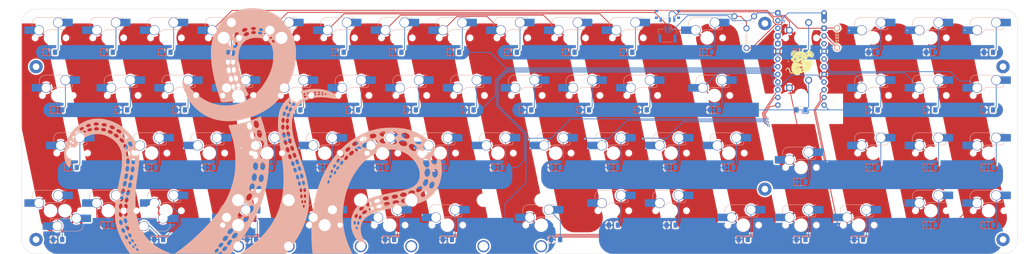
<source format=kicad_pcb>
(kicad_pcb (version 20221018) (generator pcbnew)
  (layers (0 "F.Cu" signal) (31 "B.Cu" signal) (34 "B.Paste" user) (35 "F.Paste" user) (36 "B.SilkS" user "B.Silkscreen") (37 "F.SilkS" user "F.Silkscreen") (38 "B.Mask" user) (39 "F.Mask" user) (44 "Edge.Cuts" user))
  (net 0 "")
  (net 1 "r1")
  (net 2 "Net-(D1-A)")
  (net 3 "Net-(D2-A)")
  (net 4 "Net-(D3-A)")
  (net 5 "Net-(D4-A)")
  (net 6 "Net-(D5-A)")
  (net 7 "Net-(D6-A)")
  (net 8 "Net-(D7-A)")
  (net 9 "Net-(D8-A)")
  (net 10 "r5")
  (net 11 "Net-(D9-A)")
  (net 12 "Net-(D10-A)")
  (net 13 "Net-(D11-A)")
  (net 14 "Net-(D12-A)")
  (net 15 "Net-(D13-A)")
  (net 16 "Net-(D14-A)")
  (net 17 "Net-(D15-A)")
  (net 18 "Net-(D16-A)")
  (net 19 "r2")
  (net 20 "Net-(D17-A)")
  (net 21 "Net-(D18-A)")
  (net 22 "Net-(D19-A)")
  (net 23 "Net-(D20-A)")
  (net 24 "Net-(D21-A)")
  (net 25 "Net-(D22-A)")
  (net 26 "Net-(D23-A)")
  (net 27 "Net-(D24-A)")
  (net 28 "r6")
  (net 29 "Net-(D25-A)")
  (net 30 "Net-(D26-A)")
  (net 31 "Net-(D27-A)")
  (net 32 "Net-(D28-A)")
  (net 33 "Net-(D29-A)")
  (net 34 "Net-(D30-A)")
  (net 35 "Net-(D31-A)")
  (net 36 "Net-(D32-A)")
  (net 37 "r3")
  (net 38 "Net-(D33-A)")
  (net 39 "Net-(D34-A)")
  (net 40 "Net-(D35-A)")
  (net 41 "Net-(D36-A)")
  (net 42 "Net-(D37-A)")
  (net 43 "Net-(D38-A)")
  (net 44 "Net-(D39-A)")
  (net 45 "Net-(D40-A)")
  (net 46 "r7")
  (net 47 "Net-(D41-A)")
  (net 48 "Net-(D42-A)")
  (net 49 "Net-(D43-A)")
  (net 50 "Net-(D44-A)")
  (net 51 "Net-(D45-A)")
  (net 52 "Net-(D46-A)")
  (net 53 "Net-(D47-A)")
  (net 54 "Net-(D48-A)")
  (net 55 "r4")
  (net 56 "r8")
  (net 57 "Net-(D53-A)")
  (net 58 "Net-(D54-A)")
  (net 59 "Net-(D55-A)")
  (net 60 "Net-(D56-A)")
  (net 61 "Net-(D57-A)")
  (net 62 "Net-(D58-A)")
  (net 63 "Net-(D59-A)")
  (net 64 "c1")
  (net 65 "c2")
  (net 66 "c3")
  (net 67 "c4")
  (net 68 "c5")
  (net 69 "c6")
  (net 70 "c7")
  (net 71 "c8")
  (net 72 "alt49")
  (net 73 "gnd")
  (net 74 "Net-(D50-A)")
  (net 75 "alt51")
  (net 83 "bat+")
  (net 84 "rst")
  (net 85 "vbat")
  (net 87 "Net-(D60-A)")
  (net 88 "Net-(D61-A)")
  (net 89 "Net-(D62-A)")
  (net 90 "Net-(D63-A)")
  (net 91 "Net-(D52-A)")
  (footprint "LOGO" (layer "F.Cu") (at 300.037501 109.457875)
    (fp_text reference "G***" hide)
    (fp_text value "LOGO" hide)
  )
  (footprint "MountingHole:MountingHole_2.2mm_M2_Pad" (layer "F.Cu") (at 47.625004 110.728124)
    (fp_text reference "H1" hide)
    (fp_text value "MountingHole_Pad")
  )
  (footprint "PCM_marbastlib-mx:STAB_MX_P_2u" (layer "F.Cu") (at 142.875 163.115625 180)
    (fp_text reference "S2" hide)
    (fp_text value "MX_stab")
  )
  (footprint "PCM_marbastlib-mx:STAB_MX_P_2.25u" (layer "F.Cu") (at 183.35625 163.115625 180)
    (fp_text reference "S3" hide)
    (fp_text value "MX_stab")
  )
  (footprint "apfellib:nice_nano_AH_USBup" (layer "F.Cu") (at 300.037501 109.457875)
    (fp_text reference "U1" hide)
    (fp_text value "nice_nano")
  )
  (footprint "MountingHole:MountingHole_2.2mm_M2_Pad" (layer "F.Cu") (at 47.625004 167.878124)
    (fp_text reference "H2" hide)
    (fp_text value "MountingHole_Pad")
  )
  (footprint "MountingHole:MountingHole_2.2mm_M2_Pad" (layer "F.Cu") (at 366.712504 110.728124)
    (fp_text reference "H5" hide)
    (fp_text value "MountingHole_Pad")
  )
  (footprint "apfellib:power-thts" (layer "F.Cu") (at 281.309375 94.059375)
    (fp_text reference "J3" hide)
    (fp_text value "Battery THT")
  )
  (footprint "marbastlib-mx:SW_MX_1u" (layer "F.Cu") (at 300.037503 120.253127)
    (fp_text reference "SW29" hide)
    (fp_text value "MX_SW_HS" hide)
  )
  (footprint "PCM_marbastlib-mx:STAB_MX_P_6.25u" (layer "F.Cu") (at 164.306251 163.115624 180)
    (fp_text reference "S1" hide)
    (fp_text value "MX_stab")
  )
  (footprint "MountingHole:MountingHole_2.2mm_M2_Pad" (layer "F.Cu") (at 366.712504 167.878124)
    (fp_text reference "H6" hide)
    (fp_text value "MountingHole_Pad")
  )
  (footprint "marbastlib-mx:SW_MX_1u" (layer "F.Cu") (at 300.037504 101.203124)
    (fp_text reference "SW13" hide)
    (fp_text value "MX_SW_HS" hide)
  )
  (footprint "MountingHole:MountingHole_2.2mm_M2_Pad" (layer "F.Cu") (at 288.131254 96.440624)
    (fp_text reference "H3" hide)
    (fp_text value "MountingHole_Pad")
  )
  (footprint "MountingHole:MountingHole_2.2mm_M2_Pad" (layer "F.Cu") (at 288.131253 151.209374)
    (fp_text reference "H4" hide)
    (fp_text value "MountingHole_Pad")
  )
  (footprint "Diode_SMD:D_1206_3216Metric_Pad1.42x1.75mm_HandSolder" (layer "B.Cu") (at 142.875001 144.065625)
    (fp_text reference "D37" hide)
    (fp_text value "1N4148")
  )
  (footprint "marbastlib-mx:SW_MX_HS_1u" (layer "B.Cu") (at 114.3 163.115625 180)
    (fp_text reference "SW64" hide)
    (fp_text value "MX_SW_HS" hide)
  )
  (footprint "LOGO" (layer "B.Cu") (at 119.203899 131.903834 180)
    (fp_text reference "G***" hide)
    (fp_text value "LOGO" hide)
  )
  (footprint "marbastlib-mx:SW_MX_HS_1u" (layer "B.Cu") (at 361.950004 139.303127 180)
    (fp_text reference "SW48" hide)
    (fp_text value "MX_SW_HS" hide)
  )
  (footprint "marbastlib-mx:SW_MX_HS_1.75u" (layer "B.Cu") (at 59.531254 139.303124 180)
    (fp_text reference "SW33" hide)
    (fp_text value "MX_SW_HS" hide)
  )
  (footprint "marbastlib-mx:SW_MX_HS_1u" (layer "B.Cu") (at 133.350004 120.253124 180)
    (fp_text reference "SW21" hide)
    (fp_text value "MX_SW_HS" hide)
  )
  (footprint "Connector_JST:JST_GH_SM02B-GHS-TB_1x02-1MP_P1.25mm_Horizontal" (layer "B.Cu") (at 255.984375 100.0125 180)
    (fp_text reference "J1" hide)
    (fp_text value "Battery JST")
  )
  (footprint "Diode_SMD:D_1206_3216Metric_Pad1.42x1.75mm_HandSolder" (layer "B.Cu") (at 185.737504 105.965626)
    (fp_text reference "D8" hide)
    (fp_text value "1N4148")
  )
  (footprint "Diode_SMD:D_1206_3216Metric_Pad1.42x1.75mm_HandSolder" (layer "B.Cu") (at 200.025002 144.065624)
    (fp_text reference "D40" hide)
    (fp_text value "1N4148")
  )
  (footprint "marbastlib-mx:SW_MX_HS_1u" (layer "B.Cu") (at 238.125001 139.303127 180)
    (fp_text reference "SW42" hide)
    (fp_text value "MX_SW_HS" hide)
  )
  (footprint "Diode_SMD:D_1206_3216Metric_Pad1.42x1.75mm_HandSolder" (layer "B.Cu") (at 183.35625 167.878125)
    (fp_text reference "D61" hide)
    (fp_text value "1N4148")
  )
  (footprint "marbastlib-mx:SW_MX_HS_1u" (layer "B.Cu") (at 361.950004 101.203127 180)
    (fp_text reference "SW16" hide)
    (fp_text value "MX_SW_HS" hide)
  )
  (footprint "apfellib:power-switch_thts" (layer "B.Cu") (at 282.06 101.31 90)
    (fp_text reference "J2" hide)
    (fp_text value "External Power Switch")
  )
  (footprint "Diode_SMD:D_1206_3216Metric_Pad1.42x1.75mm_HandSolder" (layer "B.Cu") (at 52.387501 105.965626)
    (fp_text reference "D1" hide)
    (fp_text value "1N4148")
  )
  (footprint "marbastlib-mx:SW_MX_HS_1u" (layer "B.Cu") (at 361.950003 120.253124 180)
    (fp_text reference "SW32" hide)
    (fp_text value "MX_SW_HS" hide)
  )
  (footprint "marbastlib-mx:SW_MX_HS_1u" (layer "B.Cu") (at 183.35625 163.115625 180)
    (fp_text reference "SW66" hide)
    (fp_text value "MX_SW_HS" hide)
  )
  (footprint "marbastlib-mx:SW_MX_HS_1u" (layer "B.Cu") (at 228.600001 120.253124 180)
    (fp_text reference "SW26" hide)
    (fp_text value "MX_SW_HS" hide)
  )
  (footprint "marbastlib-mx:SW_MX_HS_1u" (layer "B.Cu") (at 164.306251 163.115624 180)
    (fp_text reference "SW52" hide)
    (fp_text value "MX_SW_HS" hide)
  )
  (footprint "marbastlib-mx:SW_MX_HS_1u" (layer "B.Cu") (at 223.837504 101.203124 180)
    (fp_text reference "SW10" hide)
    (fp_text value "MX_SW_HS" hide)
  )
  (footprint "marbastlib-mx:SW_MX_HS_1u" (layer "B.Cu") (at 238.125004 158.353124 180)
    (fp_text reference "SW53" hide)
    (fp_text value "MX_SW_HS" hide)
  )
  (footprint "Diode_SMD:D_1206_3216Metric_Pad1.42x1.75mm_HandSolder" (layer "B.Cu") (at 90.4875 105.965626)
    (fp_text reference "D3" hide)
    (fp_text value "1N4148")
  )
  (footprint "BeiBob:SW_ResetSW" (layer "B.Cu") (at 311.944 101.203127 -90)
    (fp_text reference "SW63" hide)
    (fp_text value "SW_Push" hide)
  )
  (footprint "Diode_SMD:D_1206_3216Metric_Pad1.42x1.75mm_HandSolder" (layer "B.Cu") (at 257.175004 144.065624)
    (fp_text reference "D43" hide)
    (fp_text value "1N4148")
  )
  (footprint "Diode_SMD:D_1206_3216Metric_Pad1.42x1.75mm_HandSolder" (layer "B.Cu") (at 128.587501 105.965627)
    (fp_text reference "D5" hide)
    (fp_text value "1N4148")
  )
  (footprint "Diode_SMD:D_1206_3216Metric_Pad1.42x1.75mm_HandSolder" (layer "B.Cu") (at 342.900003 105.965624)
    (fp_text reference "D15" hide)
    (fp_text value "1N4148")
  )
  (footprint "marbastlib-mx:SW_MX_HS_1.5u" (layer "B.Cu") (at 57.150001 158.353125)
    (fp_text reference "SW60" hide)
    (fp_text value "MX_SW_HS" hide)
  )
  (footprint "Diode_SMD:D_1206_3216Metric_Pad1.42x1.75mm_HandSolder" (layer "B.Cu") (at 323.850004 144.065624)
    (fp_text reference "D46" hide)
    (fp_text value "1N4148")
  )
  (footprint "BeiBob:SW_SPDT_PCM12" (layer "B.Cu") (at 255.984375 93.778375)
    (fp_text reference "SW62" hide)
    (fp_text value "On-Board Power Switch")
  )
  (footprint "Diode_SMD:D_1206_3216Metric_Pad1.42x1.75mm_HandSolder" (layer "B.Cu") (at 95.250003 125.015624)
    (fp_text reference "D19" hide)
    (fp_text value "1N4148")
  )
  (footprint "marbastlib-mx:SW_MX_HS_1u" (layer "B.Cu") (at 342.900002 101.203126 180)
    (fp_text reference "SW15" hide)
    (fp_text value "MX_SW_HS" hide)
  )
  (footprint "Diode_SMD:D_1206_3216Metric_Pad1.42x1.75mm_HandSolder" (layer "B.Cu") (at 361.950004 144.065624)
    (fp_text reference "D48" hide)
    (fp_text value "1N4148")
  )
  (footprint "marbastlib-mx:SW_MX_HS_1u" (layer "B.Cu") (at 152.4 120.253125 180)
    (fp_text reference "SW22" hide)
    (fp_text value "MX_SW_HS" hide)
  )
  (footprint "Diode_SMD:D_1206_3216Metric_Pad1.42x1.75mm_HandSolder" (layer "B.Cu") (at 223.837504 105.965627)
    (fp_text reference "D10" hide)
    (fp_text value "1N4148")
  )
  (footprint "marbastlib-mx:SW_MX_HS_1u" (layer "B.Cu") (at 76.200003 120.253124 180)
    (fp_text reference "SW18" hide)
    (fp_text value "MX_SW_HS" hide)
  )
  (footprint "Diode_SMD:D_1206_3216Metric_Pad1.42x1.75mm_HandSolder" (layer "B.Cu") (at 209.550003 125.015627)
    (fp_text reference "D25" hide)
    (fp_text value "1N4148")
  )
  (footprint "marbastlib-mx:SW_MX_HS_1u" (layer "B.Cu") (at 219.075004 139.303126 180)
    (fp_text reference "SW41" hide)
    (fp_text value "MX_SW_HS" hide)
  )
  (footprint "Diode_SMD:D_1206_3216Metric_Pad1.42x1.75mm_HandSolder" (layer "B.Cu") (at 361.950001 163.115627)
    (fp_text reference "D59" hide)
    (fp_text value "1N4148")
  )
  (footprint "Diode_SMD:D_1206_3216Metric_Pad1.42x1.75mm_HandSolder" (layer "B.Cu") (at 323.850002 125.015627)
    (fp_text reference "D30" hide)
    (fp_text value "1N4148")
  )
  (footprint "marbastlib-mx:SW_MX_HS_1u" (layer "B.Cu") (at 166.687503 101.203124 180)
    (fp_text reference "SW7" hide)
    (fp_text value "MX_SW_HS" hide)
  )
  (footprint "Diode_SMD:D_1206_3216Metric_Pad1.42x1.75mm_HandSolder" (layer "B.Cu") (at 166.687504 105.965624)
    (fp_text reference "D7" hide)
    (fp_text value "1N4148")
  )
  (footprint "marbastlib-mx:SW_MX_HS_1.5u" (layer "B.Cu") (at 85.725001 158.353125)
    (fp_text reference "SW61" hide)
    (fp_text value "MX_SW_HS" hide)
  )
  (footprint "Diode_SMD:D_1206_3216Metric_Pad1.42x1.75mm_HandSolder" (layer "B.Cu") (at 219.075 167.878125)
    (fp_text reference "D62" hide)
    (fp_text value "1N4148")
  )
  (footprint "Diode_SMD:D_1206_3216Metric_Pad1.42x1.75mm_HandSolder" (layer "B.Cu") (at 123.825003 144.065627)
    (fp_text reference "D36" hide)
    (fp_text value "1N4148")
  )
  (footprint "marbastlib-mx:SW_MX_HS_1u" (layer "B.Cu") (at 247.650004 120.253124 180)
    (fp_text reference "SW27" hide)
    (fp_text value "MX_SW_HS" hide)
  )
  (footprint "marbastlib-mx:SW_MX_HS_1u" (layer "B.Cu") (at 171.450004 120.253124 180)
    (fp_text reference "SW23" hide)
    (fp_text value "MX_SW_HS" hide)
  )
  (footprint "Diode_SMD:D_1206_3216Metric_Pad1.42x1.75mm_HandSolder" (layer "B.Cu") (at 152.400004 125.015624)
    (fp_text reference "D22" hide)
    (fp_text value "1N4148")
  )
  (footprint "Diode_SMD:D_1206_3216Metric_Pad1.42x1.75mm_HandSolder" (layer "B.Cu") (at 300.037503 105.965627)
    (fp_text reference "D13" hide)
    (fp_text value "1N4148")
  )
  (footprint "Diode_SMD:D_1206_3216Metric_Pad1.42x1.75mm_HandSolder" (layer "B.Cu") (at 204.787504 105.965624)
    (fp_text reference "D9" hide)
    (fp_text value "1N4148")
  )
  (footprint "marbastlib-mx:SW_MX_HS_1u" (layer "B.Cu") (at 85.725001 139.303126 180)
    (fp_text reference "SW34" hide)
    (fp_text value "MX_SW_HS" hide)
  )
  (footprint "Diode_SMD:D_1206_3216Metric_Pad1.42x1.75mm_HandSolder" (layer "B.Cu") (at 133.350003 125.015624)
    (fp_text reference "D21" hide)
    (fp_text value "1N4148")
  )
  (footprint "Diode_SMD:D_1206_3216Metric_Pad1.42x1.75mm_HandSolder" (layer "B.Cu") (at 180.975001 144.065625)
    (fp_text reference "D39" hide)
    (fp_text value "1N4148")
  )
  (footprint "marbastlib-mx:SW_MX_HS_1u" (layer "B.Cu") (at 361.950004 158.353124 180)
    (fp_text reference "SW59" hide)
    (fp_text value "MX_SW_HS" hide)
  )
  (footprint "marbastlib-mx:SW_MX_HS_1u" (layer "B.Cu") (at 342.900004 158.353124 180)
    (fp_text reference "SW58" hide)
    (fp_text value "MX_SW_HS" hide)
  )
  (footprint "marbastlib-mx:SW_MX_HS_1u" (layer "B.Cu") (at 90.487503 101.203124 180)
    (fp_text reference "SW3" hide)
    (fp_text value "MX_SW_HS" hide)
  )
  (footprint "Diode_SMD:D_1206_3216Metric_Pad1.42x1.75mm_HandSolder" (layer "B.Cu") (at 147.637502 105.965624)
    (fp_text reference "D6" hide)
    (fp_text value "1N4148")
  )
  (footprint "marbastlib-mx:SW_MX_HS_1u" (layer "B.Cu") (at 71.437501 101.203124 180)
    (fp_text reference "SW2" hide)
    (fp_text value "MX_SW_HS" hide)
  )
  (footprint "Diode_SMD:D_1206_3216Metric_Pad1.42x1.75mm_HandSolder" (layer "B.Cu") (at 164.306254 167.878124)
    (fp_text reference "D52" hide)
    (fp_text value "1N4148")
  )
  (footprint "Diode_SMD:D_1206_3216Metric_Pad1.42x1.75mm_HandSolder" (layer "B.Cu") (at 76.200003 125.015624)
    (fp_text reference "D18" hide)
    (fp_text value "1N4148")
  )
  (footprint "marbastlib-mx:SW_MX_HS_1u" (layer "B.Cu") (at 147.637503 101.203124 180)
    (fp_text reference "SW6" hide)
    (fp_text value "MX_SW_HS" hide)
  )
  (footprint "Diode_SMD:D_1206_3216Metric_Pad1.42x1.75mm_HandSolder" (layer "B.Cu") (at 271.462504 125.015624)
    (fp_text reference "D28" hide)
    (fp_text value "1N4148")
  )
  (footprint "marbastlib-mx:SW_MX_HS_1u" (layer "B.Cu") (at 276.225002 139.303127 180)
    (fp_text reference "SW44" hide)
    (fp_text value "MX_SW_HS" hide)
  )
  (footprint "marbastlib-mx:SW_MX_HS_1u" (layer "B.Cu") (at 300.037501 163.115624 180)
    (fp_text reference "SW56" hide)
    (fp_text value "MX_SW_HS" hide)
  )
  (footprint "Diode_SMD:D_1206_3216Metric_Pad1.42x1.75mm_HandSolder" (layer "B.Cu") (at 342.900004 125.015626)
    (fp_text reference "D31" hide)
    (fp_text value "1N4148")
  )
  (footprint "Diode_SMD:D_1206_3216Metric_Pad1.42x1.75mm_HandSolder" (layer "B.Cu") (at 342.900004 163.115627)
    (fp_text reference "D58" hide)
    (fp_text value "1N4148")
  )
  (footprint "Diode_SMD:D_1206_3216Metric_Pad1.42x1.75mm_HandSolder" (layer "B.Cu") (at 242.887504 105.965625)
    (fp_text reference "D11" hide)
    (fp_text value "1N4148")
  )
  (footprint "Diode_SMD:D_1206_3216Metric_Pad1.42x1.75mm_HandSolder" (layer "B.Cu") (at 109.537504 105.965624)
    (fp_text reference "D4" hide)
    (fp_text value "1N4148")
  )
  (footprint "Diode_SMD:D_1206_3216Metric_Pad1.42x1.75mm_HandSolder" (layer "B.Cu") (at 228.600004 125.015624)
    (fp_text reference "D26" hide)
    (fp_text value "1N4148")
  )
  (footprint "Diode_SMD:D_1206_3216Metric_Pad1.42x1.75mm_HandSolder" (layer "B.Cu") (at 269.081254 105.965627)
    (fp_text reference "D12" hide)
    (fp_text value "1N4148")
  )
  (footprint "Diode_SMD:D_1206_3216Metric_Pad1.42x1.75mm_HandSolder" (layer "B.Cu") (at 71.437504 105.965624)
    (fp_text reference "D2" hide)
    (fp_text value "1N4148")
  )
  (footprint "Diode_SMD:D_1206_3216Metric_Pad1.42x1.75mm_HandSolder" (layer "B.Cu") (at 161.925004 144.065626)
    (fp_text reference "D38" hide)
    (fp_text value "1N4148")
  )
  (footprint "marbastlib-mx:SW_MX_HS_1u" (layer "B.Cu") (at 90.487504 158.353124 180)
    (fp_text reference "SW51" hide)
    (fp_text value "MX_SW_HS" hide)
  )
  (footprint "marbastlib-mx:SW_MX_HS_1u" (layer "B.Cu") (at 323.850004 139.303127 180)
    (fp_text reference "SW46" hide)
    (fp_text value "MX_SW_HS" hide)
  )
  (footprint "marbastlib-mx:SW_MX_HS_1u" (layer "B.Cu") (at 214.3125 163.115625 180)
    (fp_text reference "SW67" hide)
    (fp_text value "MX_SW_HS" hide)
  )
  (footprint "Diode_SMD:D_1206_3216Metric_Pad1.42x1.75mm_HandSolder" (layer "B.Cu") (at 247.650003 125.015627)
    (fp_text reference "D27" hide)
    (fp_text value "1N4148")
  )
  (footprint "Diode_SMD:D_1206_3216Metric_Pad1.42x1.75mm_HandSolder" (layer "B.Cu") (at 319.0875 167.878126)
    (fp_text reference "D57" hide)
    (fp_text value "1N4148")
  )
  (footprint "marbastlib-mx:SW_MX_HS_1u" (layer "B.Cu") (at 319.087503 163.115624 180)
    (fp_text reference "SW57" hide)
    (fp_text value "MX_SW_HS" hide)
  )
  (footprint "Diode_SMD:D_1206_3216Metric_Pad1.42x1.75mm_HandSolder" (layer "B.Cu") (at 276.225001 144.065623)
    (fp_text reference "D44" hide)
    (fp_text value "1N4148")
  )
  (footprint "marbastlib-mx:SW_MX_HS_1u" (layer "B.Cu") (at 104.775004 139.303124 180)
    (fp_text reference "SW35" hide)
    (fp_text value "MX_SW_HS" hide)
  )
  (footprint "marbastlib-mx:SW_MX_HS_1u" (layer "B.Cu") (at 180.975004 139.303127 180)
    (fp_text reference "SW39" hide)
    (fp_text value "MX_SW_HS" hide)
  )
  (footprint "marbastlib-mx:SW_MX_HS_1u" (layer "B.Cu") (at 300.037503 144.065627 180)
    (fp_text reference "SW45" hide)
    (fp_text value "MX_SW_HS" hide)
  )
  (footprint "marbastlib-mx:SW_MX_HS_1u" (layer "B.Cu") (at 95.250004 120.253124 180)
    (fp_text reference "SW19" hide)
    (fp_text value "MX_SW_HS" hide)
  )
  (footprint "Diode_SMD:D_1206_3216Metric_Pad1.42x1.75mm_HandSolder" (layer "B.Cu") (at 54.768754 167.878127)
    (fp_text reference "D49" hide)
    (fp_text value "1N4148")
  )
  (footprint "Diode_SMD:D_1206_3216Metric_Pad1.42x1.75mm_HandSolder" (layer "B.Cu") (at 114.300004 125.015624)
    (fp_text reference "D20" hide)
    (fp_text value "1N4148")
  )
  (footprint "marbastlib-mx:SW_MX_HS_1u" (layer "B.Cu") (at 342.900002 139.303126 180)
    (fp_text reference "SW47" hide)
    (fp_text value "MX_SW_HS" hide)
  )
  (footprint "marbastlib-mx:SW_MX_HS_1u" (layer "B.Cu") (at 161.925 139.303126 180)
    (fp_text reference "SW38" hide)
    (fp_text value "MX_SW_HS" hide)
  )
  (footprint "Diode_SMD:D_1206_3216Metric_Pad1.42x1.75mm_HandSolder" (layer "B.Cu") (at 219.075004 144.065624)
    (fp_text reference "D41" hide)
    (fp_text value "1N4148")
  )
  (footprint "marbastlib-mx:SW_MX_HS_1u" (layer "B.Cu") (at 342.900004 120.253124 180)
    (fp_text reference "SW31" hide)
    (fp_text value "MX_SW_HS" hide)
  )
  (footprint "marbastlib-mx:SW_MX_HS_1.75u" (layer "B.Cu") (at 269.081254 101.203124 180)
    (fp_text reference "SW12" hide)
    (fp_text value "MX_SW_HS" hide)
  )
  (footprint "Diode_SMD:D_1206_3216Metric_Pad1.42x1.75mm_HandSolder" (layer "B.Cu") (at 88.106254 167.878124)
    (fp_text reference "D51" hide)
    (fp_text value "1N4148")
  )
  (footprint "marbastlib-mx:SW_MX_HS_1u" (layer "B.Cu") (at 209.550004 120.253124 180)
    (fp_text reference "SW25" hide)
    (fp_text value "MX_SW_HS" hide)
  )
  (footprint "Diode_SMD:D_1206_3216Metric_Pad1.42x1.75mm_HandSolder" (layer "B.Cu") (at 361.950002 125.015626)
    (fp_text reference "D32" hide)
    (fp_text value "1N4148")
  )
  (footprint "marbastlib-mx:SW_MX_HS_1u" (layer "B.Cu") (at 323.850004 101.203127 180)
    (fp_text reference "SW14" hide)
    (fp_text value "MX_SW_HS" hide)
  )
  (footprint "marbastlib-mx:SW_MX_HS_1.25u" (layer "B.Cu") (at 54.768752 120.253124 180)
    (fp_text reference "SW17" hide)
    (fp_text value "MX_SW_HS" hide)
  )
  (footprint "Diode_SMD:D_1206_3216Metric_Pad1.42x1.75mm_HandSolder" (layer "B.Cu") (at 361.950004 105.965624)
    (fp_text reference "D16" hide)
    (fp_text value "1N4148")
  )
  (footprint "marbastlib-mx:SW_MX_HS_1u" (layer "B.Cu") (at 190.5 120.253125 180)
    (fp_text reference "SW24" hide)
    (fp_text value "MX_SW_HS" hide)
  )
  (footprint "Diode_SMD:D_1206_3216Metric_Pad1.42x1.75mm_HandSolder" (layer "B.Cu") (at 257.175004 163.115624)
    (fp_text reference "D54" hide)
    (fp_text value "1N4148")
  )
  (footprint "marbastlib-mx:SW_MX_HS_1u" (layer "B.Cu") (at 52.387504 101.203124 180)
    (fp_text reference "SW1" hide)
    (fp_text value "MX_SW_HS" hide)
  )
  (footprint "Diode_SMD:D_1206_3216Metric_Pad1.42x1.75mm_HandSolder" (layer "B.Cu") (at 300.037503 148.828124)
    (fp_text reference "D45" hide)
    (fp_text value "1N4148")
  )
  (footprint "marbastlib-mx:SW_MX_HS_1u" (layer "B.Cu") (at 123.825003 139.303127 180)
    (fp_text reference "SW36" hide)
    (fp_text value "MX_SW_HS" hide)
  )
  (footprint "marbastlib-mx:SW_MX_HS_1u" (layer "B.Cu") (at 114.300001 120.253124 180)
    (fp_text reference "SW20" hide)
    (fp_text value "MX_SW_HS" hide)
  )
  (footprint "Diode_SMD:D_1206_3216Metric_Pad1.42x1.75mm_HandSolder" (layer "B.Cu") (at 85.725003 144.065627)
    (fp_text reference "D34" hide)
    (fp_text value "1N4148")
  )
  (footprint "marbastlib-mx:SW_MX_HS_1u" (layer "B.Cu") (at 142.875 163.115625 180)
    (fp_text reference "SW65" hide)
    (fp_text value "MX_SW_HS" hide)
  )
  (footprint "Diode_SMD:D_1206_3216Metric_Pad1.42x1.75mm_HandSolder" (layer "B.Cu") (at 300.037501 125.015624)
    (fp_text reference "D29" hide)
    (fp_text value "1N4148")
  )
  (footprint "Diode_SMD:D_1206_3216Metric_Pad1.42x1.75mm_HandSolder" (layer "B.Cu") (at 238.125001 144.065624)
    (fp_text reference "D42" hide)
    (fp_text value "1N4148")
  )
  (footprint "Diode_SMD:D_1206_3216Metric_Pad1.42x1.75mm_HandSolder" (layer "B.Cu") (at 238.125003 163.115623)
    (fp_text reference "D53" hide)
    (fp_text value "1N4148")
  )
  (footprint "marbastlib-mx:SW_MX_HS_1.5u" (layer "B.Cu") (at 271.462504 120.253126 180)
    (fp_text reference "SW28" hide)
    (fp_text value "MX_SW_HS" hide)
  )
  (footprint "Diode_SMD:D_1206_3216Metric_Pad1.42x1.75mm_HandSolder" (layer "B.Cu") (at 171.450001 125.015626)
    (fp_text reference "D23" hide)
    (fp_text value "1N4148")
  )
  (footprint "marbastlib-mx:SW_MX_HS_1u" (layer "B.Cu") (at 280.987503 163.115624 180)
    (fp_text reference "SW55" hide)
    (fp_text value "MX_SW_HS" hide)
  )
  (footprint "Diode_SMD:D_1206_3216Metric_Pad1.42x1.75mm_HandSolder" (layer "B.Cu") (at 59.531253 144.065627)
    (fp_text reference "D33" hide)
    (fp_text value "1N4148")
  )
  (footprint "marbastlib-mx:SW_MX_HS_1u" (layer "B.Cu") (at 200.025004 139.303124 180)
    (fp_text reference "SW40" hide)
    (fp_text value "MX_SW_HS" hide)
  )
  (footprint "Diode_SMD:D_1206_3216Metric_Pad1.42x1.75mm_HandSolder" (layer "B.Cu") (at 71.437503 163.115627)
    (fp_text reference "D50" hide)
    (fp_text value "1N4148")
  )
  (footprint "Diode_SMD:D_1206_3216Metric_Pad1.42x1.75mm_HandSolder" (layer "B.Cu") (at 300.037504 167.878124)
    (fp_text reference "D56" hide)
    (fp_text value "1N4148")
  )
  (footprint "marbastlib-mx:SW_MX_HS_1u" (layer "B.Cu") (at 257.175 158.353125 180)
    (fp_text reference "SW54" hide)
    (fp_text value "MX_SW_HS" hide)
  )
  (footprint "marbastlib-mx:SW_MX_HS_1u" (layer "B.Cu") (at 142.875004 139.303124 180)
    (fp_text reference "SW37" hide)
    (fp_text value "MX_SW_HS" hide)
  )
  (footprint "Diode_SMD:D_1206_3216Metric_Pad1.42x1.75mm_HandSolder" (layer "B.Cu") (at 54.768754 125.015624)
    (fp_text reference "D17" hide)
    (fp_text value "1N4148")
  )
  (footprint "Diode_SMD:D_1206_3216Metric_Pad1.42x1.75mm_HandSolder" (layer "B.Cu") (at 323.850004 105.965624)
    (fp_text reference "D14" hide)
    (fp_text value "1N4148")
  )
  (footprint "marbastlib-mx:SW_MX_HS_1u" (layer "B.Cu") (at 204.7875 101.203125 180)
    (fp_text reference "SW9" hide)
    (fp_text value "MX_SW_HS" hide)
  )
  (footprint "Diode_SMD:D_1206_3216Metric_Pad1.42x1.75mm_HandSolder" (layer "B.Cu") (at 280.9875 167.878126)
    (fp_text reference "D55" hide)
    (fp_text value "1N4148")
  )
  (footprint "marbastlib-mx:SW_MX_HS_1u" (layer "B.Cu") (at 128.587503 101.203124 180)
    (fp_text reference "SW5" hide)
    (fp_text value "MX_SW_HS" hide)
  )
  (footprint "Diode_SMD:D_1206_3216Metric_Pad1.42x1.75mm_HandSolder" (layer "B.Cu") (at 104.775001 144.065625)
    (fp_text reference "D35" hide)
    (fp_text value "1N4148")
  )
  (footprint "marbastlib-mx:SW_MX_HS_1u" (layer "B.Cu") (at 323.850003 120.253124 180)
    (fp_text reference "SW30" hide)
    (fp_text value "MX_SW_HS" hide)
  )
  (footprint "Diode_SMD:D_1206_3216Metric_Pad1.42x1.75mm_HandSolder" (layer "B.Cu") (at 142.875 167.878125)
    (fp_text reference "D63" hide)
    (fp_text value "1N4148")
  )
  (footprint "marbastlib-mx:SW_MX_HS_1u" (layer "B.Cu") (at 185.737504 101.203124 180)
    (fp_text reference "SW8" hide)
    (fp_text value "MX_SW_HS" hide)
  )
  (footprint "Diode_SMD:D_1206_3216Metric_Pad1.42x1.75mm_HandSolder" (layer "B.Cu") (at 342.900002 144.065624)
    (fp_text reference "D47" hide)
    (fp_text value "1N4148")
  )
  (footprint "marbastlib-mx:SW_MX_HS_1u" (layer "B.Cu") (at 52.387504 158.353124 180)
    (fp_text reference "SW49" hide)
    (fp_text value "MX_SW_HS" hide)
  )
  (footprint "marbastlib-mx:SW_MX_HS_1u" (layer "B.Cu") (at 242.8875 101.203125 180)
    (fp_text reference "SW11" hide)
    (fp_text value "MX_SW_HS" hide)
  )
  (footprint "marbastlib-mx:SW_MX_HS_1u" (layer "B.Cu") (at 257.175004 139.303126 180)
    (fp_text reference "SW43" hide)
    (fp_text value "MX_SW_HS" hide)
  )
  (footprint "marbastlib-mx:SW_MX_HS_1u" (layer "B.Cu") (at 109.537501 101.203124 180)
    (fp_text reference "SW4" hide)
    (fp_text value "MX_SW_HS" hide)
  )
  (footprint "Diode_SMD:D_1206_3216Metric_Pad1.42x1.75mm_HandSolder" (layer "B.Cu") (at 190.500004 125.015624)
    (fp_text reference "D24" hide)
    (fp_text value "1N4148")
  )
  (footprint "Diode_SMD:D_1206_3216Metric_Pad1.42x1.75mm_HandSolder" (layer "B.Cu") (at 118.765625 167.878125)
    (fp_text reference "D60" hide)
    (fp_text value "1N4148")
  )
  (footprint "marbastlib-mx:SW_MX_HS_1u" (layer "B.Cu") (at 71.4375 158.353126 180)
    (fp_text reference "SW50" hide)
    (fp_text value "MX_SW_HS" hide)
  )
  (gr_line (start 42.862504 167.878124) (end 42.862504 96.440626) (stroke (width 0.1)) (layer "Edge.Cuts"))
  (gr_line (start 366.712501 172.640625) (end 47.625004 172.640624) (stroke (width 0.1)) (layer "Edge.Cuts"))
  (gr_arc (start 366.712503 91.678127) (mid 370.080065 93.073047) (end 371.475004 96.440624) (stroke (width 0.1)) (layer "Edge.Cuts"))
  (gr_arc (start 371.475001 167.878124) (mid 370.080094 171.245701) (end 366.712501 172.640625) (stroke (width 0.1)) (layer "Edge.Cuts"))
  (gr_arc (start 47.625004 172.640624) (mid 44.257408 171.24572) (end 42.862504 167.878124) (stroke (width 0.1)) (layer "Edge.Cuts"))
  (gr_line (start 371.475004 96.440624) (end 371.475001 167.878124) (stroke (width 0.1)) (layer "Edge.Cuts"))
  (gr_line (start 47.625004 91.678127) (end 366.712503 91.678127) (stroke (width 0.1)) (layer "Edge.Cuts"))
  (gr_arc (start 42.862504 96.440626) (mid 44.257407 93.073029) (end 47.625004 91.678127) (stroke (width 0.1)) (layer "Edge.Cuts"))
  (segment (start 202.660934 111.147804) (end 197.478753 105.965624) (width 0.25) (layer "B.Cu") (net 1))
  (segment (start 289.920668 111.147804) (end 202.660934 111.147804) (width 0.25) (layer "B.Cu") (net 1))
  (segment (start 292.417501 108.187874) (end 292.417501 108.650971) (width 0.25) (layer "B.Cu") (net 1))
  (segment (start 197.478753 105.965624) (end 189.412848 105.965624) (width 0.25) (layer "B.Cu") (net 1))
  (segment (start 292.417501 108.650971) (end 289.920668 111.147804) (width 0.25) (layer "B.Cu") (net 1))
  (segment (start 54.927504 104.913123) (end 53.875001 105.965626) (width 0.25) (layer "B.Cu") (net 2))
  (segment (start 54.927504 96.123124) (end 54.927504 104.913123) (width 0.25) (layer "B.Cu") (net 2))
  (segment (start 72.925004 105.965624) (end 73.977501 104.913127) (width 0.25) (layer "B.Cu") (net 3))
  (segment (start 73.977501 104.913127) (end 73.977501 96.123124) (width 0.25) (layer "B.Cu") (net 3))
  (segment (start 93.027503 104.913124) (end 91.975001 105.965626) (width 0.25) (layer "B.Cu") (net 4))
  (segment (start 93.027503 96.123124) (end 93.027503 104.913124) (width 0.25) (layer "B.Cu") (net 4))
  (segment (start 112.077501 96.123125) (end 112.077501 104.913127) (width 0.25) (layer "B.Cu") (net 5))
  (segment (start 112.077501 104.913127) (end 111.025004 105.965624) (width 0.25) (layer "B.Cu") (net 5))
  (segment (start 131.127503 104.913125) (end 130.075001 105.965627) (width 0.25) (layer "B.Cu") (net 6))
  (segment (start 131.127503 96.123124) (end 131.127503 104.913125) (width 0.25) (layer "B.Cu") (net 6))
  (segment (start 150.177503 96.123124) (end 150.177503 104.913124) (width 0.25) (layer "B.Cu") (net 7))
  (segment (start 150.177503 104.913124) (end 149.125003 105.965624) (width 0.25) (layer "B.Cu") (net 7))
  (segment (start 169.227503 104.913125) (end 168.175004 105.965624) (width 0.25) (layer "B.Cu") (net 8))
  (segment (start 169.227503 96.123124) (end 169.227503 104.913125) (width 0.25) (layer "B.Cu") (net 8))
  (segment (start 188.277504 104.913126) (end 187.225004 105.965626) (width 0.25) (layer "B.Cu") (net 9))
  (segment (start 188.277504 96.123124) (end 188.277504 104.913126) (width 0.25) (layer "B.Cu") (net 9))
  (segment (start 273.202055 106.867945) (end 272.24 107.83) (width 0.25) (layer "B.Cu") (net 10))
  (segment (start 267.58 107.83) (end 267.593754 107.816246) (width 0.25) (layer "B.Cu") (net 10))
  (segment (start 272.24 107.83) (end 267.58 107.83) (width 0.25) (layer "B.Cu") (net 10))
  (segment (start 296.352055 106.867945) (end 273.202055 106.867945) (width 0.25) (layer "B.Cu") (net 10))
  (segment (start 298.550003 105.965627) (end 297.254373 105.965627) (width 0.25) (layer "B.Cu") (net 10))
  (segment (start 267.593754 107.816246) (end 267.593754 105.965627) (width 0.25) (layer "B.Cu") (net 10))
  (segment (start 297.254373 105.965627) (end 296.352055 106.867945) (width 0.25) (layer "B.Cu") (net 10))
  (segment (start 207.327501 96.123125) (end 207.327501 104.913127) (width 0.25) (layer "B.Cu") (net 11))
  (segment (start 207.327501 104.913127) (end 206.275004 105.965624) (width 0.25) (layer "B.Cu") (net 11))
  (segment (start 226.377504 104.913127) (end 226.377504 96.123124) (width 0.25) (layer "B.Cu") (net 12))
  (segment (start 225.325004 105.965627) (end 226.377504 104.913127) (width 0.25) (layer "B.Cu") (net 12))
  (segment (start 245.427501 104.913128) (end 245.427501 96.123125) (width 0.25) (layer "B.Cu") (net 13))
  (segment (start 244.375004 105.965625) (end 245.427501 104.913128) (width 0.25) (layer "B.Cu") (net 13))
  (segment (start 270.568754 105.965627) (end 271.621254 104.913127) (width 0.25) (layer "B.Cu") (net 14))
  (segment (start 271.621254 104.913127) (end 271.621253 96.123124) (width 0.25) (layer "B.Cu") (net 14))
  (segment (start 301.525003 105.965627) (end 302.577504 104.913126) (width 0.25) (layer "B.Cu") (net 15))
  (segment (start 302.577504 104.913126) (end 302.577504 96.123124) (width 0.25) (layer "B.Cu") (net 15))
  (segment (start 326.390004 104.913124) (end 326.390004 96.123127) (width 0.25) (layer "B.Cu") (net 16))
  (segment (start 325.337504 105.965624) (end 326.390004 104.913124) (width 0.25) (layer "B.Cu") (net 16))
  (segment (start 345.440002 104.913125) (end 345.440002 96.123126) (width 0.25) (layer "B.Cu") (net 17))
  (segment (start 344.387503 105.965624) (end 345.440002 104.913125) (width 0.25) (layer "B.Cu") (net 17))
  (segment (start 364.490004 104.913124) (end 364.490004 96.123127) (width 0.25) (layer "B.Cu") (net 18))
  (segment (start 363.437504 105.965624) (end 364.490004 104.913124) (width 0.25) (layer "B.Cu") (net 18))
  (segment (start 292.417504 110.727874) (end 290.976994 110.727874) (width 0.25) (layer "B.Cu") (net 19))
  (segment (start 290.107064 111.597804) (end 202.656574 111.597804) (width 0.25) (layer "B.Cu") (net 19))
  (segment (start 199.198752 115.055626) (end 199.198753 120.265627) (width 0.25) (layer "B.Cu") (net 19))
  (segment (start 199.198753 120.265627) (end 194.448754 125.015624) (width 0.25) (layer "B.Cu") (net 19))
  (segment (start 290.976994 110.727874) (end 290.107064 111.597804) (width 0.25) (layer "B.Cu") (net 19))
  (segment (start 202.656574 111.597804) (end 199.198752 115.055626) (width 0.25) (layer "B.Cu") (net 19))
  (segment (start 56.256254 125.015624) (end 57.308752 123.963126) (width 0.25) (layer "B.Cu") (net 20))
  (segment (start 57.308752 123.963126) (end 57.308752 115.173123) (width 0.25) (layer "B.Cu") (net 20))
  (segment (start 78.740002 123.963124) (end 78.740003 115.173124) (width 0.25) (layer "B.Cu") (net 21))
  (segment (start 77.687503 125.015624) (end 78.740002 123.963124) (width 0.25) (layer "B.Cu") (net 21))
  (segment (start 96.737503 125.015624) (end 97.790004 123.963123) (width 0.25) (layer "B.Cu") (net 22))
  (segment (start 97.790004 123.963123) (end 97.790004 115.173124) (width 0.25) (layer "B.Cu") (net 22))
  (segment (start 115.787504 125.015624) (end 116.840002 123.963126) (width 0.25) (layer "B.Cu") (net 23))
  (segment (start 116.840002 123.963126) (end 116.840002 115.173124) (width 0.25) (layer "B.Cu") (net 23))
  (segment (start 135.890004 123.963122) (end 135.890004 115.173124) (width 0.25) (layer "B.Cu") (net 24))
  (segment (start 134.837503 125.015624) (end 135.890004 123.963122) (width 0.25) (layer "B.Cu") (net 24))
  (segment (start 153.887504 125.015624) (end 154.940001 123.963127) (width 0.25) (layer "B.Cu") (net 25))
  (segment (start 154.940001 123.963127) (end 154.940001 115.173125) (width 0.25) (layer "B.Cu") (net 25))
  (segment (start 172.937501 125.015626) (end 173.990003 123.963123) (width 0.25) (layer "B.Cu") (net 26))
  (segment (start 173.990003 123.963123) (end 173.990003 115.173124) (width 0.25) (layer "B.Cu") (net 26))
  (segment (start 193.040001 123.963127) (end 193.040001 115.173125) (width 0.25) (layer "B.Cu") (net 27))
  (segment (start 191.987504 125.015624) (end 193.040001 123.963127) (width 0.25) (layer "B.Cu") (net 27))
  (segment (start 322.362502 125.015627) (end 309.245253 125.015627) (width 0.25) (layer "B.Cu") (net 28))
  (segment (start 302.225673 126.215625) (end 302.562501 125.878797) (width 0.25) (layer "B.Cu") (net 28))
  (segment (start 300.487501 125.015625) (end 300.487501 125.878796) (width 0.25) (layer "B.Cu") (net 28))
  (segment (start 302.562501 125.015625) (end 309.24525 125.015624) (width 0.25) (layer "B.Cu") (net 28))
  (segment (start 298.550001 125.015625) (end 300.487501 125.015625) (width 0.25) (layer "B.Cu") (net 28))
  (segment (start 309.245253 125.015627) (end 309.24525 125.015624) (width 0.25) (layer "B.Cu") (net 28))
  (segment (start 302.562501 125.878797) (end 302.562501 125.015625) (width 0.25) (layer "B.Cu") (net 28))
  (segment (start 298.550001 125.015625) (end 285.750004 125.015624) (width 0.25) (layer "B.Cu") (net 28))
  (segment (start 300.824329 126.215625) (end 302.225673 126.215625) (width 0.25) (layer "B.Cu") (net 28))
  (segment (start 300.487501 125.878796) (end 300.824329 126.215625) (width 0.25) (layer "B.Cu") (net 28))
  (segment (start 307.657501 123.427875) (end 309.24525 125.015624) (width 0.25) (layer "B.Cu") (net 28))
  (segment (start 212.090004 123.963126) (end 212.090004 115.173124) (width 0.25) (layer "B.Cu") (net 29))
  (segment (start 211.037503 125.015626) (end 212.090004 123.963126) (width 0.25) (layer "B.Cu") (net 29))
  (segment (start 231.140001 123.963127) (end 231.140001 115.173125) (width 0.25) (layer "B.Cu") (net 30))
  (segment (start 230.087504 125.015624) (end 231.140001 123.963127) (width 0.25) (layer "B.Cu") (net 30))
  (segment (start 249.137503 125.015626) (end 250.190004 123.963126) (width 0.25) (layer "B.Cu") (net 31))
  (segment (start 250.190004 123.963126) (end 250.190004 115.173124) (width 0.25) (layer "B.Cu") (net 31))
  (segment (start 274.002503 123.963124) (end 274.002504 115.173127) (width 0.25) (layer "B.Cu") (net 32))
  (segment (start 272.950004 125.015624) (end 274.002503 123.963124) (width 0.25) (layer "B.Cu") (net 32))
  (segment (start 302.577503 123.963123) (end 302.577503 115.173127) (width 0.25) (layer "B.Cu") (net 33))
  (segment (start 301.525001 125.015625) (end 302.577503 123.963123) (width 0.25) (layer "B.Cu") (net 33))
  (segment (start 326.390003 123.963126) (end 326.390003 115.173124) (width 0.25) (layer "B.Cu") (net 34))
  (segment (start 325.337502 125.015627) (end 326.390003 123.963126) (width 0.25) (layer "B.Cu") (net 34))
  (segment (start 345.440003 123.963127) (end 345.440004 115.173124) (width 0.25) (layer "B.Cu") (net 35))
  (segment (start 344.387504 125.015627) (end 345.440003 123.963127) (width 0.25) (layer "B.Cu") (net 35))
  (segment (start 364.490003 123.963125) (end 364.490003 115.173123) (width 0.25) (layer "B.Cu") (net 36))
  (segment (start 363.437502 125.015626) (end 364.490003 123.963125) (width 0.25) (layer "B.Cu") (net 36))
  (segment (start 208.858751 141.595624) (end 206.388751 144.065626) (width 0.25) (layer "B.Cu") (net 37))
  (segment (start 291.270966 113.267874) (end 290.050896 112.047804) (width 0.25) (layer "B.Cu") (net 37))
  (segment (start 208.858751 132.892022) (end 208.858751 141.595624) (width 0.25) (layer "B.Cu") (net 37))
  (segment (start 199.648753 123.682023) (end 208.858751 132.892022) (width 0.25) (layer "B.Cu") (net 37))
  (segment (start 292.417503 113.267874) (end 291.270966 113.267874) (width 0.25) (layer "B.Cu") (net 37))
  (segment (start 199.64875 115.242021) (end 199.648753 123.682023) (width 0.25) (layer "B.Cu") (net 37))
  (segment (start 202.84297 112.047804) (end 199.64875 115.242021) (width 0.25) (layer "B.Cu") (net 37))
  (segment (start 206.388751 144.065626) (end 203.532846 144.065626) (width 0.25) (layer "B.Cu") (net 37))
  (segment (start 290.050896 112.047804) (end 202.84297 112.047804) (width 0.25) (layer "B.Cu") (net 37))
  (segment (start 61.018753 144.065626) (end 62.071254 143.013126) (width 0.25) (layer "B.Cu") (net 38))
  (segment (start 62.071254 143.013126) (end 62.071254 134.223124) (width 0.25) (layer "B.Cu") (net 38))
  (segment (start 87.212503 144.065627) (end 88.265001 143.013129) (width 0.25) (layer "B.Cu") (net 39))
  (segment (start 88.265001 143.013129) (end 88.265001 134.223126) (width 0.25) (layer "B.Cu") (net 39))
  (segment (start 107.315004 143.013122) (end 107.315004 134.223124) (width 0.25) (layer "B.Cu") (net 40))
  (segment (start 106.262501 144.065625) (end 107.315004 143.013122) (width 0.25) (layer "B.Cu") (net 40))
  (segment (start 126.365003 143.013127) (end 126.365003 134.223127) (width 0.25) (layer "B.Cu") (net 41))
  (segment (start 125.312503 144.065627) (end 126.365003 143.013127) (width 0.25) (layer "B.Cu") (net 41))
  (segment (start 144.362501 144.065625) (end 145.415004 143.013122) (width 0.25) (layer "B.Cu") (net 42))
  (segment (start 145.415004 143.013122) (end 145.415004 134.223123) (width 0.25) (layer "B.Cu") (net 42))
  (segment (start 163.412504 144.065626) (end 164.465001 143.013129) (width 0.25) (layer "B.Cu") (net 43))
  (segment (start 164.465001 143.013129) (end 164.465001 134.223126) (width 0.25) (layer "B.Cu") (net 43))
  (segment (start 182.462501 144.065625) (end 183.515004 143.013122) (width 0.25) (layer "B.Cu") (net 44))
  (segment (start 183.515004 143.013122) (end 183.515004 134.223127) (width 0.25) (layer "B.Cu") (net 44))
  (segment (start 202.565004 143.013123) (end 202.565004 134.223124) (width 0.25) (layer "B.Cu") (net 45))
  (segment (start 201.512503 144.065624) (end 202.565004 143.013123) (width 0.25) (layer "B.Cu") (net 45))
  (segment (start 308.746254 142.125624) (end 308.21204 141.59141) (width 0.25) (layer "F.Cu") (net 46))
  (segment (start 304.819321 125.208591) (end 307.657501 120.887875) (width 0.25) (layer "F.Cu") (net 46))
  (segment (start 308.21204 141.59141) (end 304.819321 125.208591) (width 0.25) (layer "F.Cu") (net 46))
  (via (at 308.746254 142.125624) (size 0.8) (drill 0.4) (layers "F.Cu" "B.Cu") (net 46))
  (segment (start 220.562504 144.065624) (end 221.615004 143.013124) (width 0.25) (layer "B.Cu") (net 47))
  (segment (start 221.615004 143.013124) (end 221.615004 134.223127) (width 0.25) (layer "B.Cu") (net 47))
  (segment (start 240.665001 143.013122) (end 240.665002 134.223127) (width 0.25) (layer "B.Cu") (net 48))
  (segment (start 239.6125 144.065624) (end 240.665001 143.013122) (width 0.25) (layer "B.Cu") (net 48))
  (segment (start 259.715004 143.013124) (end 259.715004 134.223127) (width 0.25) (layer "B.Cu") (net 49))
  (segment (start 258.662504 144.065624) (end 259.715004 143.013124) (width 0.25) (layer "B.Cu") (net 49))
  (segment (start 278.765001 143.013123) (end 278.765002 134.223127) (width 0.25) (layer "B.Cu") (net 50))
  (segment (start 277.712501 144.065624) (end 278.765001 143.013123) (width 0.25) (layer "B.Cu") (net 50))
  (segment (start 302.577503 147.775624) (end 302.577503 138.985627) (width 0.25) (layer "B.Cu") (net 51))
  (segment (start 301.525003 148.828124) (end 302.577503 147.775624) (width 0.25) (layer "B.Cu") (net 51))
  (segment (start 326.390004 143.013124) (end 326.390004 134.223127) (width 0.25) (layer "B.Cu") (net 52))
  (segment (start 325.337504 144.065624) (end 326.390004 143.013124) (width 0.25) (layer "B.Cu") (net 52))
  (segment (start 345.440002 143.013124) (end 345.440002 134.223126) (width 0.25) (layer "B.Cu") (net 53))
  (segment (start 344.387502 144.065624) (end 345.440002 143.013124) (width 0.25) (layer "B.Cu") (net 53))
  (segment (start 364.490004 143.013124) (end 364.490004 134.223127) (width 0.25) (layer "B.Cu") (net 54))
  (segment (start 363.437504 144.065624) (end 364.490004 143.013124) (width 0.25) (layer "B.Cu") (net 54))
  (segment (start 182.165625 170.259375) (end 181.86875 169.9625) (width 0.25) (layer "B.Cu") (net 55))
  (segment (start 202.40625 155.971875) (end 202.40625 161.925) (width 0.25) (layer "B.Cu") (net 55))
  (segment (start 200.09875 115.428418) (end 200.098753 123.495627) (width 0.25) (layer "B.Cu") (net 55))
  (segment (start 292.417501 115.050805) (end 289.8645 112.497804) (width 0.25) (layer "B.Cu") (net 55))
  (segment (start 188.11875 170.259375) (end 182.165625 170.259375) (width 0.25) (layer "B.Cu") (net 55))
  (segment (start 181.86875 169.9625) (end 181.86875 167.878125) (width 0.25) (layer "B.Cu") (net 55))
  (segment (start 209.308751 149.069374) (end 202.40625 155.971875) (width 0.25) (layer "B.Cu") (net 55))
  (segment (start 200.098753 123.495627) (end 209.308751 132.705626) (width 0.25) (layer "B.Cu") (net 55))
  (segment (start 202.40625 161.925) (end 200.025 164.30625) (width 0.25) (layer "B.Cu") (net 55))
  (segment (start 292.417501 115.807875) (end 292.417501 115.050805) (width 0.25) (layer "B.Cu") (net 55))
  (segment (start 203.029365 112.497804) (end 200.09875 115.428418) (width 0.25) (layer "B.Cu") (net 55))
  (segment (start 200.025 164.30625) (end 195.2625 164.30625) (width 0.25) (layer "B.Cu") (net 55))
  (segment (start 209.308751 132.705626) (end 209.308751 149.069374) (width 0.25) (layer "B.Cu") (net 55))
  (segment (start 195.2625 164.30625) (end 189.309375 170.259375) (width 0.25) (layer "B.Cu") (net 55))
  (segment (start 189.309375 170.259375) (end 188.11875 170.259375) (width 0.25) (layer "B.Cu") (net 55))
  (segment (start 289.8645 112.497804) (end 203.029365 112.497804) (width 0.25) (layer "B.Cu") (net 55))
  (segment (start 306.396254 119.609122) (end 306.396254 121.988303) (width 0.25) (layer "F.Cu") (net 56))
  (segment (start 304.340872 125.117322) (end 312.225524 163.190856) (width 0.25) (layer "F.Cu") (net 56))
  (segment (start 306.396254 121.988303) (end 304.340872 125.117322) (width 0.25) (layer "F.Cu") (net 56))
  (segment (start 307.657501 118.347875) (end 306.396254 119.609122) (width 0.25) (layer "F.Cu") (net 56))
  (via (at 312.225524 163.190856) (size 0.8) (drill 0.4) (layers "F.Cu" "B.Cu") (net 56))
  (segment (start 240.665004 162.063123) (end 240.665004 153.273124) (width 0.25) (layer "B.Cu") (net 57))
  (segment (start 239.612503 163.115624) (end 240.665004 162.063123) (width 0.25) (layer "B.Cu") (net 57))
  (segment (start 259.715001 162.063127) (end 259.715001 153.273125) (width 0.25) (layer "B.Cu") (net 58))
  (segment (start 258.662504 163.115624) (end 259.715001 162.063127) (width 0.25) (layer "B.Cu") (net 58))
  (segment (start 282.475001 167.878126) (end 283.527503 166.825624) (width 0.25) (layer "B.Cu") (net 59))
  (segment (start 283.527503 166.825624) (end 283.527503 158.035624) (width 0.25) (layer "B.Cu") (net 59))
  (segment (start 301.525004 167.878124) (end 302.577501 166.825627) (width 0.25) (layer "B.Cu") (net 60))
  (segment (start 302.577501 166.825627) (end 302.577501 158.035625) (width 0.25) (layer "B.Cu") (net 60))
  (segment (start 321.627502 166.825624) (end 321.627503 158.035624) (width 0.25) (layer "B.Cu") (net 61))
  (segment (start 320.575 167.878126) (end 321.627502 166.825624) (width 0.25) (layer "B.Cu") (net 61))
  (segment (start 344.387504 163.115627) (end 345.440003 162.063127) (width 0.25) (layer "B.Cu") (net 62))
  (segment (start 345.440003 162.063127) (end 345.440004 153.273124) (width 0.25) (layer "B.Cu") (net 62))
  (segment (start 364.490003 162.063125) (end 364.490004 153.273124) (width 0.25) (layer "B.Cu") (net 63))
  (segment (start 363.437501 163.115627) (end 364.490003 162.063125) (width 0.25) (layer "B.Cu") (net 63))
  (segment (start 67.142501 167.075625) (end 60.960004 160.893124) (width 0.25) (layer "F.Cu") (net 64))
  (segment (start 346.083753 167.075625) (end 67.142501 167.075625) (width 0.25) (layer "F.Cu") (net 64))
  (segment (start 358.140003 155.813124) (end 357.346254 155.813124) (width 0.25) (layer "F.Cu") (net 64))
  (segment (start 357.346254 155.813124) (end 346.083753 167.075625) (width 0.25) (layer "F.Cu") (net 64))
  (via (at 354.148753 98.665624) (size 0.8) (drill 0.4) (layers "F.Cu" "B.Cu") (net 64))
  (segment (start 307.657504 108.187877) (end 309.028751 109.559125) (width 0.25) (layer "B.Cu") (net 64))
  (segment (start 309.933898 112.367874) (end 349.348505 112.367875) (width 0.25) (layer "B.Cu") (net 64))
  (segment (start 352.471254 115.490624) (end 355.9175 115.490624) (width 0.25) (layer "B.Cu") (net 64))
  (segment (start 309.028751 109.559125) (end 309.028752 111.46273) (width 0.25) (layer "B.Cu") (net 64))
  (segment (start 349.348505 112.367875) (end 352.471254 115.490624) (width 0.25) (layer "B.Cu") (net 64))
  (segment (start 309.028752 111.46273) (end 309.933898 112.367874) (width 0.25) (layer "B.Cu") (net 64))
  (segment (start 355.9175 115.490624) (end 358.140004 117.713127) (width 0.25) (layer "B.Cu") (net 64))
  (segment (start 67.627502 155.813125) (end 67.627504 160.416876) (width 0.25) (layer "F.Cu") (net 65))
  (segment (start 67.627504 160.416876) (end 73.836253 166.625627) (width 0.25) (layer "F.Cu") (net 65))
  (segment (start 331.31527 166.625624) (end 339.090003 158.850891) (width 0.25) (layer "F.Cu") (net 65))
  (segment (start 339.090003 158.850891) (end 339.090001 155.813125) (width 0.25) (layer "F.Cu") (net 65))
  (segment (start 73.836253 166.625627) (end 331.31527 166.625624) (width 0.25) (layer "F.Cu") (net 65))
  (via (at 335.138754 98.685624) (size 0.8) (drill 0.4) (layers "F.Cu" "B.Cu") (net 65))
  (via (at 77.23875 137.625626) (size 0.8) (drill 0.4) (layers "F.Cu" "B.Cu") (net 65))
  (segment (start 309.747504 112.817874) (end 318.081003 112.817877) (width 0.25) (layer "B.Cu") (net 65))
  (segment (start 334.194751 112.817875) (end 339.090001 117.713125) (width 0.25) (layer "B.Cu") (net 65))
  (segment (start 318.081006 112.817874) (end 334.194751 112.817875) (width 0.25) (layer "B.Cu") (net 65))
  (segment (start 307.657503 110.727877) (end 309.747504 112.817874) (width 0.25) (layer "B.Cu") (net 65))
  (segment (start 318.081003 112.817877) (end 318.081006 112.817874) (width 0.25) (layer "B.Cu") (net 65))
  (segment (start 315.277504 163.696874) (end 315.277504 160.575626) (width 0.25) (layer "F.Cu") (net 66))
  (segment (start 89.535001 160.893126) (end 94.817501 166.175624) (width 0.25) (layer "F.Cu") (net 66))
  (segment (start 312.798751 166.175625) (end 315.277504 163.696874) (width 0.25) (layer "F.Cu") (net 66))
  (segment (start 94.817501 166.175624) (end 312.798751 166.175625) (width 0.25) (layer "F.Cu") (net 66))
  (via (at 96.308751 137.705625) (size 0.8) (drill 0.4) (layers "F.Cu" "B.Cu") (net 66))
  (via (at 315.978752 98.775626) (size 0.8) (drill 0.4) (layers "F.Cu" "B.Cu") (net 66))
  (segment (start 320.040003 115.41327) (end 320.040003 117.713127) (width 0.25) (layer "B.Cu") (net 66))
  (segment (start 307.657502 113.267876) (end 317.894605 113.267874) (width 0.25) (layer "B.Cu") (net 66))
  (segment (start 317.894605 113.267874) (end 320.040003 115.41327) (width 0.25) (layer "B.Cu") (net 66))
  (segment (start 296.227503 117.713126) (end 298.870205 130.474251) (width 0.25) (layer "F.Cu") (net 67))
  (segment (start 291.009237 94.215624) (end 294.556254 94.215624) (width 0.25) (layer "F.Cu") (net 67))
  (segment (start 112.27063 92.12) (end 288.913613 92.12) (width 0.25) (layer "F.Cu") (net 67))
  (segment (start 105.727503 98.663127) (end 112.27063 92.12) (width 0.25) (layer "F.Cu") (net 67))
  (segment (start 296.227502 95.886872) (end 296.227502 98.663126) (width 0.25) (layer "F.Cu") (net 67))
  (segment (start 288.913613 92.12) (end 291.009237 94.215624) (width 0.25) (layer "F.Cu") (net 67))
  (segment (start 294.556254 94.215624) (end 296.227502 95.886872) (width 0.25) (layer "F.Cu") (net 67))
  (via (at 115.278753 137.655624) (size 0.8) (drill 0.4) (layers "F.Cu" "B.Cu") (net 67))
  (segment (start 251.741251 92.798125) (end 257.606251 98.663127) (width 0.25) (layer "F.Cu") (net 68))
  (segment (start 130.642503 92.798125) (end 251.741251 92.798125) (width 0.25) (layer "F.Cu") (net 68))
  (segment (start 257.606251 98.663127) (end 265.271254 98.663124) (width 0.25) (layer "F.Cu") (net 68))
  (segment (start 124.777503 98.663127) (end 130.642503 92.798125) (width 0.25) (layer "F.Cu") (net 68))
  (via (at 134.438751 137.635625) (size 0.8) (drill 0.4) (layers "F.Cu" "B.Cu") (net 68))
  (segment (start 307.657501 115.807875) (end 305.355514 113.505888) (width 0.25) (layer "B.Cu") (net 68))
  (segment (start 289.678106 112.947806) (end 272.417825 112.947806) (width 0.25) (layer "B.Cu") (net 68))
  (segment (start 290.872584 116.375888) (end 290.872584 114.142284) (width 0.25) (layer "B.Cu") (net 68))
  (segment (start 296.842584 113.505888) (end 293.292584 117.055888) (width 0.25) (layer "B.Cu") (net 68))
  (segment (start 290.872584 114.142284) (end 289.678106 112.947806) (width 0.25) (layer "B.Cu") (net 68))
  (segment (start 305.355514 113.505888) (end 296.842584 113.505888) (width 0.25) (layer "B.Cu") (net 68))
  (segment (start 272.417825 112.947806) (end 267.652504 117.713127) (width 0.25) (layer "B.Cu") (net 68))
  (segment (start 291.552584 117.055888) (end 290.872584 116.375888) (width 0.25) (layer "B.Cu") (net 68))
  (segment (start 293.292584 117.055888) (end 291.552584 117.055888) (width 0.25) (layer "B.Cu") (net 68))
  (segment (start 233.662504 93.248124) (end 239.077504 98.663127) (width 0.25) (layer "F.Cu") (net 69))
  (segment (start 287.298433 126.140912) (end 292.417501 118.347876) (width 0.25) (layer "F.Cu") (net 69))
  (segment (start 143.827503 98.663127) (end 149.242502 93.248124) (width 0.25) (layer "F.Cu") (net 69))
  (segment (start 287.952195 129.297811) (end 287.298433 126.140912) (width 0.25) (layer "F.Cu") (net 69))
  (segment (start 289.342904 130.211335) (end 287.952195 129.297811) (width 0.25) (layer "F.Cu") (net 69))
  (segment (start 149.242502 93.248124) (end 233.662504 93.248124) (width 0.25) (layer "F.Cu") (net 69))
  (via (at 289.342904 130.211335) (size 0.8) (drill 0.4) (layers "F.Cu" "B.Cu") (net 69))
  (via (at 248.798753 137.735627) (size 0.8) (drill 0.4) (layers "F.Cu" "B.Cu") (net 69))
  (via (at 156.148754 159.845624) (size 0.8) (drill 0.4) (layers "F.Cu" "B.Cu") (net 69))
  (via (at 247.812584 134.525888) (size 0.8) (drill 0.4) (layers "F.Cu" "B.Cu") (net 69))
  (via (at 153.568754 137.705624) (size 0.8) (drill 0.4) (layers "F.Cu" "B.Cu") (net 69))
  (segment (start 261.233503 128.894628) (end 255.762414 134.365718) (width 0.25) (layer "B.Cu") (net 69))
  (segment (start 287.902584 128.895887) (end 287.901324 128.894628) (width 0.25) (layer "B.Cu") (net 69))
  (segment (start 255.762414 134.365718) (end 253.365004 136.763127) (width 0.25) (layer "B.Cu") (net 69))
  (segment (start 287.901324 128.894628) (end 261.233503 128.894628) (width 0.25) (layer "B.Cu") (net 69))
  (segment (start 289.196423 130.211335) (end 287.902584 128.917495) (width 0.25) (layer "B.Cu") (net 69))
  (segment (start 255.762414 134.365718) (end 247.972754 134.365718) (width 0.25) (layer "B.Cu") (net 69))
  (segment (start 247.972754 134.365718) (end 247.812584 134.525888) (width 0.25) (layer "B.Cu") (net 69))
  (segment (start 287.902584 128.917495) (end 287.902584 128.895887) (width 0.25) (layer "B.Cu") (net 69))
  (segment (start 289.342904 130.211335) (end 289.196423 130.211335) (width 0.25) (layer "B.Cu") (net 69))
  (segment (start 167.842502 93.698124) (end 215.062504 93.698126) (width 0.25) (layer "F.Cu") (net 70))
  (segment (start 162.877503 98.663127) (end 167.842502 93.698124) (width 0.25) (layer "F.Cu") (net 70))
  (segment (start 215.062504 93.698126) (end 220.027501 98.663125) (width 0.25) (layer "F.Cu") (net 70))
  (segment (start 288.254571 128.538853) (end 287.776882 126.232182) (width 0.25) (layer "F.Cu") (net 70))
  (segment (start 287.776882 126.232182) (end 291.109504 121.15875) (width 0.25) (layer "F.Cu") (net 70))
  (segment (start 291.109504 121.15875) (end 292.417501 120.887877) (width 0.25) (layer "F.Cu") (net 70))
  (segment (start 289.111726 129.095021) (end 289.103766 129.09667) (width 0.25) (layer "F.Cu") (net 70))
  (segment (start 289.103766 129.09667) (end 288.254571 128.538853) (width 0.25) (layer "F.Cu") (net 70))
  (via (at 172.508754 137.645624) (size 0.8) (drill 0.4) (layers "F.Cu" "B.Cu") (net 70))
  (via (at 229.718754 137.785624) (size 0.8) (drill 0.4) (layers "F.Cu" "B.Cu") (net 70))
  (via (at 175.13 159.73) (size 0.8) (drill 0.4) (layers "F.Cu" "B.Cu") (net 70))
  (via (at 228.712584 134.595888) (size 0.8) (drill 0.4) (layers "F.Cu" "B.Cu") (net 70))
  (via (at 289.113373 129.102981) (size 0.8) (drill 0.4) (layers "F.Cu" "B.Cu") (net 70))
  (segment (start 236.687412 134.390716) (end 234.315002 136.763127) (width 0.25) (layer "B.Cu") (net 70))
  (segment (start 289.113373 129.102981) (end 288.790937 129.102981) (width 0.25) (layer "B.Cu") (net 70))
  (segment (start 236.687412 134.390716) (end 228.917756 134.390716) (width 0.25) (layer "B.Cu") (net 70))
  (segment (start 288.790937 129.102981) (end 288.132584 128.444627) (width 0.25) (layer "B.Cu") (net 70))
  (segment (start 228.917756 134.390716) (end 228.712584 134.595888) (width 0.25) (layer "B.Cu") (net 70))
  (segment (start 242.633501 128.444627) (end 236.687412 134.390716) (width 0.25) (layer "B.Cu") (net 70))
  (segment (start 288.132584 128.444627) (end 242.633501 128.444627) (width 0.25) (layer "B.Cu") (net 70))
  (segment (start 288.881825 127.995046) (end 288.557364 127.781914) (width 0.25) (layer "F.Cu") (net 71))
  (segment (start 181.927503 98.663127) (end 186.442502 94.148124) (width 0.25) (layer "F.Cu") (net 71))
  (segment (start 196.462504 94.148124) (end 200.977504 98.663126) (width 0.25) (layer "F.Cu") (net 71))
  (segment (start 289.801509 123.969622) (end 292.417503 123.427876) (width 0.25) (layer "F.Cu") (net 71))
  (segment (start 186.442502 94.148124) (end 196.462504 94.148124) (width 0.25) (layer "F.Cu") (net 71))
  (segment (start 288.25533 126.323451) (end 289.801509 123.969622) (width 0.25) (layer "F.Cu") (net 71))
  (segment (start 288.557364 127.781914) (end 288.25533 126.323451) (width 0.25) (layer "F.Cu") (net 71))
  (via (at 210.642584 137.685888) (size 0.8) (drill 0.4) (layers "F.Cu" "B.Cu") (net 71))
  (via (at 288.883845 127.994628) (size 0.8) (drill 0.4) (layers "F.Cu" "B.Cu") (net 71))
  (via (at 210.122584 134.765888) (size 0.8) (drill 0.4) (layers "F.Cu" "B.Cu") (net 71))
  (segment (start 217.652414 134.375718) (end 210.512754 134.375718) (width 0.25) (layer "B.Cu") (net 71))
  (segment (start 288.883845 127.994628) (end 224.033503 127.994628) (width 0.25) (layer "B.Cu") (net 71))
  (segment (start 224.033503 127.994628) (end 217.652414 134.375718) (width 0.25) (layer "B.Cu") (net 71))
  (segment (start 210.512754 134.375718) (end 210.122584 134.765888) (width 0.25) (layer "B.Cu") (net 71))
  (segment (start 215.265004 136.763127) (end 217.652414 134.375718) (width 0.25) (layer "B.Cu") (net 71))
  (segment (start 56.256254 167.878127) (end 56.256254 165.079377) (width 0.25) (layer "B.Cu") (net 72))
  (segment (start 54.756404 153.444224) (end 54.927504 153.273124) (width 0.25) (layer "B.Cu") (net 72))
  (segment (start 56.256254 165.079377) (end 54.610001 163.433125) (width 0.25) (layer "B.Cu") (net 72))
  (segment (start 54.756404 163.286722) (end 54.756404 153.444224) (width 0.25) (layer "B.Cu") (net 72))
  (segment (start 54.610001 163.433125) (end 54.756404 163.286722) (width 0.25) (layer "B.Cu") (net 72))
  (segment (start 307.732249 97.953127) (end 307.657501 98.027875) (width 0.25) (layer "F.Cu") (net 73))
  (segment (start 311.944 97.953127) (end 307.732249 97.953127) (width 0.25) (layer "F.Cu") (net 73))
  (segment (start 307.657501 98.027875) (end 299.004901 98.027875) (width 0.25) (layer "F.Cu") (net 73))
  (segment (start 299.004901 98.027875) (end 294.74265 93.765624) (width 0.25) (layer "F.Cu") (net 73))
  (segment (start 294.74265 93.765624) (end 293.23525 93.765624) (width 0.25) (layer "F.Cu") (net 73))
  (segment (start 293.23525 93.765624) (end 292.417501 92.947875) (width 0.25) (layer "F.Cu") (net 73))
  (segment (start 255.684375 99.3375) (end 257.115875 99.3375) (width 0.25) (layer "B.Cu") (net 73))
  (segment (start 292.417501 103.107875) (end 292.417501 100.567875) (width 0.25) (layer "B.Cu") (net 73))
  (segment (start 293.642501 94.172875) (end 293.642501 99.342875) (width 0.25) (layer "B.Cu") (net 73))
  (segment (start 262.603375 93.85) (end 275.87 93.85) (width 0.25) (layer "B.Cu") (net 73))
  (segment (start 283.12875 95.49) (end 284.559375 94.059375) (width 0.25) (layer "B.Cu") (net 73))
  (segment (start 277.51 95.49) (end 283.12875 95.49) (width 0.25) (layer "B.Cu") (net 73))
  (segment (start 275.87 93.85) (end 277.51 95.49) (width 0.25) (layer "B.Cu") (net 73))
  (segment (start 257.115875 99.3375) (end 262.603375 93.85) (width 0.25) (layer "B.Cu") (net 73))
  (segment (start 307.732249 97.953127) (end 307.657501 98.027875) (width 0.25) (layer "B.Cu") (net 73))
  (segment (start 285.670875 92.947875) (end 292.417501 92.947875) (width 0.25) (layer "B.Cu") (net 73))
  (segment (start 284.559375 94.059375) (end 285.670875 92.947875) (width 0.25) (layer "B.Cu") (net 73))
  (segment (start 293.642501 99.342875) (end 292.417501 100.567875) (width 0.25) (layer "B.Cu") (net 73))
  (segment (start 255.359375 99.0125) (end 255.684375 99.3375) (width 0.25) (layer "B.Cu") (net 73))
  (segment (start 292.417501 92.947875) (end 293.642501 94.172875) (width 0.25) (layer "B.Cu") (net 73))
  (segment (start 255.359375 98.1625) (end 255.359375 99.0125) (width 0.25) (layer "B.Cu") (net 73))
  (segment (start 73.977501 153.273126) (end 73.977501 162.063128) (width 0.25) (layer "B.Cu") (net 74))
  (segment (start 73.977501 162.063128) (end 72.925003 163.115627) (width 0.25) (layer "B.Cu") (net 74))
  (segment (start 93.027504 157.580891) (end 93.027504 153.273124) (width 0.25) (layer "B.Cu") (net 75))
  (segment (start 89.593754 167.878124) (end 94.685001 162.786877) (width 0.25) (layer "B.Cu") (net 75))
  (segment (start 85.148755 163.433125) (end 83.185001 163.433125) (width 0.25) (layer "B.Cu") (net 75))
  (segment (start 89.593754 167.878124) (end 85.148755 163.433125) (width 0.25) (layer "B.Cu") (net 75))
  (segment (start 94.685001 159.238388) (end 93.027504 157.580891) (width 0.25) (layer "B.Cu") (net 75))
  (segment (start 94.685001 162.786877) (end 94.685001 159.238388) (width 0.25) (layer "B.Cu") (net 75))
  (segment (start 294.367001 95.7) (end 293.317001 96.75) (width 0.25) (layer "F.Cu") (net 83))
  (segment (start 258.24 94.32) (end 259.99 92.57) (width 0.25) (layer "F.Cu") (net 83))
  (segment (start 290.9 94.742783) (end 288.727217 92.57) (width 0.25) (layer "F.Cu") (net 83))
  (segment (start 293.317001 96.75) (end 291.75 96.75) (width 0.25) (layer "F.Cu") (net 83))
  (segment (start 291.75 96.75) (end 290.9 95.9) (width 0.25) (layer "F.Cu") (net 83))
  (segment (start 259.99 92.57) (end 288.727217 92.57) (width 0.25) (layer "F.Cu") (net 83))
  (segment (start 291.65 96.75) (end 291.75 96.75) (width 0.25) (layer "F.Cu") (net 83))
  (segment (start 283.84 104.56) (end 291.65 96.75) (width 0.25) (layer "F.Cu") (net 83))
  (segment (start 290.9 95.9) (end 290.9 94.742783) (width 0.25) (layer "F.Cu") (net 83))
  (segment (start 282.06 104.56) (end 283.84 104.56) (width 0.25) (layer "F.Cu") (net 83))
  (via (at 294.367001 95.7) (size 0.8) (drill 0.4) (layers "F.Cu" "B.Cu") (net 83))
  (via (at 258.24 94.32) (size 0.8) (drill 0.4) (layers "F.Cu" "B.Cu") (net 83))
  (segment (start 307.657501 92.947875) (end 295.784626 92.947875) (width 0.25) (layer "B.Cu") (net 83))
  (segment (start 258.234375 94.325625) (end 258.24 94.32) (width 0.25) (layer "B.Cu") (net 83))
  (segment (start 294.092501 95.4255) (end 294.367001 95.7) (width 0.25) (layer "B.Cu") (net 83))
  (segment (start 295.784626 92.947875) (end 294.092501 94.64) (width 0.25) (layer "B.Cu") (net 83))
  (segment (start 258.234375 95.208375) (end 258.234375 94.325625) (width 0.25) (layer "B.Cu") (net 83))
  (segment (start 294.092501 94.64) (end 294.092501 95.4255) (width 0.25) (layer "B.Cu") (net 83))
  (segment (start 311.944 104.453127) (end 308.058748 100.567875) (width 0.25) (layer "F.Cu") (net 84))
  (segment (start 308.058748 100.567875) (end 307.657501 100.567875) (width 0.25) (layer "F.Cu") (net 84))
  (segment (start 278.059375 94.059375) (end 280.109375 94.059375) (width 0.25) (layer "F.Cu") (net 85))
  (segment (start 280.109375 94.059375) (end 282.06 96.01) (width 0.25) (layer "F.Cu") (net 85))
  (segment (start 282.06 96.01) (end 282.06 98.06) (width 0.25) (layer "F.Cu") (net 85))
  (segment (start 277.4 93.4) (end 258.89 93.4) (width 0.25) (layer "B.Cu") (net 85))
  (segment (start 278.059375 94.059375) (end 277.4 93.4) (width 0.25) (layer "B.Cu") (net 85))
  (segment (start 256.54 95.40275) (end 256.54 98.093125) (width 0.25) (layer "B.Cu") (net 85))
  (segment (start 257.05 92.5) (end 256.54 93.01) (width 0.25) (layer "B.Cu") (net 85))
  (segment (start 257.99 92.5) (end 257.05 92.5) (width 0.25) (layer "B.Cu") (net 85))
  (segment (start 256.734375 95.208375) (end 256.54 95.40275) (width 0.25) (layer "B.Cu") (net 85))
  (segment (start 256.54 93.01) (end 256.54 95.014) (width 0.25) (layer "B.Cu") (net 85))
  (segment (start 256.54 98.093125) (end 256.609375 98.1625) (width 0.25) (layer "B.Cu") (net 85))
  (segment (start 256.54 95.014) (end 256.734375 95.208375) (width 0.25) (layer "B.Cu") (net 85))
  (segment (start 258.89 93.4) (end 257.99 92.5) (width 0.25) (layer "B.Cu") (net 85))
  (segment (start 120.63 161.825625) (end 116.84 158.035625) (width 0.25) (layer "B.Cu") (net 87))
  (segment (start 120.253125 167.878125) (end 120.63 167.50125) (width 0.25) (layer "B.Cu") (net 87))
  (segment (start 120.63 167.50125) (end 120.63 161.825625) (width 0.25) (layer "B.Cu") (net 87))
  (segment (start 184.84375 167.878125) (end 185.89625 166.825625) (width 0.25) (layer "B.Cu") (net 88))
  (segment (start 185.89625 166.825625) (end 185.89625 158.035625) (width 0.25) (layer "B.Cu") (net 88))
  (segment (start 220.5625 167.878125) (end 220.6425 167.798125) (width 0.25) (layer "B.Cu") (net 89))
  (segment (start 220.6425 167.798125) (end 220.6425 161.825625) (width 0.25) (layer "B.Cu") (net 89))
  (segment (start 220.6425 161.825625) (end 216.8525 158.035625) (width 0.25) (layer "B.Cu") (net 89))
  (segment (start 145.415 166.825625) (end 144.3625 167.878125) (width 0.25) (layer "B.Cu") (net 90))
  (segment (start 145.415 158.035625) (end 145.415 166.825625) (width 0.25) (layer "B.Cu") (net 90))
  (segment (start 166.846251 166.825627) (end 166.846251 158.035625) (width 0.25) (layer "B.Cu") (net 91))
  (segment (start 165.793754 167.878124) (end 166.846251 166.825627) (width 0.25) (layer "B.Cu") (net 91))
  (zone (net 67) (net_name "c4") (layer "F.Cu") (priority 1) (connect_pads (clearance 0.5)) (min_thickness 0.25) (fill yes (thermal_gap 0.5) (thermal_bridge_width 0.5) (smoothing fillet) (radius 4.763))
    (polygon (pts (xy 107.156254 96.440624) (xy 121.443751 165.496875) (xy 107.156251 165.496875) (xy 92.868754 96.440624)))
  )
  (zone (net 70) (net_name "c7") (layer "F.Cu") (priority 1) (connect_pads (clearance 0.5)) (min_thickness 0.25) (fill yes (thermal_gap 0.5) (thermal_bridge_width 0.5) (smoothing fillet) (radius 4.763))
    (polygon (pts (xy 221.456254 96.440624) (xy 235.743754 165.496874) (xy 221.456252 165.496876) (xy 207.168754 96.440627)))
  )
  (zone (net 66) (net_name "c3") (layer "F.Cu") (priority 1) (connect_pads (clearance 0.5)) (min_thickness 0.25) (fill yes (thermal_gap 0.5) (thermal_bridge_width 0.5) (smoothing fillet) (radius 4.763))
    (polygon (pts (xy 88.106254 96.440625) (xy 102.393754 165.496874) (xy 88.106253 165.496877) (xy 73.818753 96.440624)))
  )
  (zone (net 69) (net_name "c6") (layer "F.Cu") (priority 1) (connect_pads (clearance 0.5)) (min_thickness 0.25) (fill yes (thermal_gap 0.5) (thermal_bridge_width 0.5) (smoothing fillet) (radius 4.763))
    (polygon (pts (xy 145.256254 96.440624) (xy 159.54375 165.496876) (xy 145.256252 165.496876) (xy 130.968754 96.440624)))
  )
  (zone (net 65) (net_name "c2") (layer "F.Cu") (priority 1) (connect_pads (clearance 0.5)) (min_thickness 0.25) (fill yes (thermal_gap 0.5) (thermal_bridge_width 0.5) (smoothing fillet) (radius 4.763))
    (polygon (pts (xy 335.756252 96.440624) (xy 350.043754 165.496874) (xy 335.756253 165.496874) (xy 321.468754 96.440627)))
  )
  (zone (net 70) (net_name "c7") (layer "F.Cu") (priority 1) (connect_pads (clearance 0.5)) (min_thickness 0.25) (fill yes (thermal_gap 0.5) (thermal_bridge_width 0.5) (smoothing fillet) (radius 4.763))
    (polygon (pts (xy 164.306251 96.440624) (xy 178.593753 165.496874) (xy 164.306254 165.496877) (xy 150.018753 96.440627)))
  )
  (zone (net 69) (net_name "c6") (layer "F.Cu") (priority 1) (connect_pads (clearance 0.5)) (min_thickness 0.25) (fill yes (thermal_gap 0.5) (thermal_bridge_width 0.5) (smoothing fillet) (radius 4.763))
    (polygon (pts (xy 240.506251 96.440624) (xy 254.793753 165.496874) (xy 240.506254 165.496877) (xy 226.218751 96.440626)))
  )
  (zone (net 66) (net_name "c3") (layer "F.Cu") (priority 1) (connect_pads (clearance 0.5)) (min_thickness 0.25) (fill yes (thermal_gap 0.5) (thermal_bridge_width 0.5) (smoothing fillet) (radius 4.763))
    (polygon (pts (xy 316.706254 96.440624) (xy 330.993753 165.496877) (xy 316.706251 165.496874) (xy 302.418751 96.440627)))
  )
  (zone (net 67) (net_name "c4") (layer "F.Cu") (priority 1) (connect_pads (clearance 0.5)) (min_thickness 0.25) (fill yes (thermal_gap 0.5) (thermal_bridge_width 0.5) (smoothing fillet) (radius 4.763))
    (polygon (pts (xy 297.656253 96.440624) (xy 311.943754 165.496874) (xy 297.656254 165.496874) (xy 283.368754 96.440626)))
  )
  (zone (net 64) (net_name "c1") (layer "F.Cu") (priority 1) (connect_pads (clearance 0.5)) (min_thickness 0.25) (fill yes (thermal_gap 0.5) (thermal_bridge_width 0.5) (smoothing fillet) (radius 4.763))
    (polygon (pts (xy 354.806254 96.440624) (xy 369.093753 165.496877) (xy 354.806252 165.496874) (xy 340.518753 96.440627)))
  )
  (zone (net 71) (net_name "c8") (layer "F.Cu") (priority 1) (connect_pads (clearance 0.5)) (min_thickness 0.25) (fill yes (thermal_gap 0.5) (thermal_bridge_width 0.5) (smoothing fillet) (radius 4.763))
    (polygon (pts (xy 202.406251 96.440624) (xy 216.693753 165.496874) (xy 202.406254 165.496877) (xy 188.118753 96.440627)))
  )
  (zone (net 64) (net_name "c1") (layer "F.Cu") (priority 1) (connect_pads (clearance 0.5)) (min_thickness 0.25) (fill yes (thermal_gap 0.5) (thermal_bridge_width 0.5) (smoothing fillet) (radius 4.763))
    (polygon (pts (xy 50.006254 96.440627) (xy 64.293754 165.496874) (xy 50.006253 165.496877) (xy 35.718753 96.440624)))
  )
  (zone (net 68) (net_name "c5") (layer "F.Cu") (priority 1) (connect_pads (clearance 0.5)) (min_thickness 0.25) (fill yes (thermal_gap 0.5) (thermal_bridge_width 0.5) (smoothing fillet) (radius 4.763))
    (polygon (pts (xy 259.556253 96.440624) (xy 273.843754 165.496874) (xy 259.556254 165.496875) (xy 245.268754 96.440626)))
  )
  (zone (net 65) (net_name "c2") (layer "F.Cu") (priority 1) (connect_pads (clearance 0.5)) (min_thickness 0.25) (fill yes (thermal_gap 0.5) (thermal_bridge_width 0.5) (smoothing fillet) (radius 4.763))
    (polygon (pts (xy 69.056251 96.440625) (xy 83.34375 165.496875) (xy 69.056253 165.496877) (xy 54.768754 96.440624)))
  )
  (zone (net 71) (net_name "c8") (layer "F.Cu") (priority 1) (connect_pads (clearance 0.5)) (min_thickness 0.25) (fill yes (thermal_gap 0.5) (thermal_bridge_width 0.5) (smoothing fillet) (radius 4.763))
    (polygon (pts (xy 183.356254 96.440624) (xy 197.643753 165.496874) (xy 183.356252 165.496876) (xy 169.068754 96.440624)))
  )
  (zone (net 68) (net_name "c5") (layer "F.Cu") (priority 1) (connect_pads (clearance 0.5)) (min_thickness 0.25) (fill yes (thermal_gap 0.5) (thermal_bridge_width 0.5) (smoothing fillet) (radius 4.763))
    (polygon (pts (xy 278.606252 96.440624) (xy 292.893751 165.496876) (xy 278.606251 165.496874) (xy 264.318752 96.440627)))
  )
  (zone (net 68) (net_name "c5") (layer "F.Cu") (priority 1) (connect_pads (clearance 0.5)) (min_thickness 0.25) (fill yes (thermal_gap 0.5) (thermal_bridge_width 0.5) (smoothing fillet) (radius 4.763))
    (polygon (pts (xy 126.206251 96.440624) (xy 140.493754 165.496874) (xy 126.206254 165.496877) (xy 111.918751 96.440626)))
  )
  (zone (net 1) (net_name "r1") (layer "B.Cu") (connect_pads (clearance 0.5)) (min_thickness 0.25) (fill yes (thermal_gap 0.5) (thermal_bridge_width 0.5) (smoothing fillet) (radius 2.381))
    (polygon (pts (xy 47.625003 103.584374) (xy 47.625 108.346876) (xy 190.500001 108.346876) (xy 190.500003 103.584374)))
  )
  (zone (net 56) (net_name "r8") (layer "B.Cu") (connect_pads (clearance 0.5)) (min_thickness 0.25) (fill yes (thermal_gap 0.5) (thermal_bridge_width 0.5) (smoothing fillet) (radius 4.763))
    (polygon (pts (xy 233.362504 160.734374) (xy 233.362504 172.640623) (xy 366.712504 172.640624) (xy 366.712504 160.734374)))
  )
  (zone (net 55) (net_name "r4") (layer "B.Cu") (connect_pads (clearance 0.5)) (min_thickness 0.25) (fill yes (thermal_gap 0.5) (thermal_bridge_width 0.5) (smoothing fillet) (radius 4.763))
    (polygon (pts (xy 50.006251 160.734376) (xy 50.00625 172.640624) (xy 219.075004 172.640624) (xy 219.075003 160.734377)))
  )
  (zone (net 37) (net_name "r3") (layer "B.Cu") (connect_pads (clearance 0.5)) (min_thickness 0.25) (fill yes (thermal_gap 0.5) (thermal_bridge_width 0.5) (smoothing fillet) (radius 3.572))
    (polygon (pts (xy 54.768754 141.684374) (xy 54.768753 151.209376) (xy 204.787504 151.209377) (xy 204.787504 141.684377)))
  )
  (zone (net 28) (net_name "r6") (layer "B.Cu") (connect_pads (clearance 0.5)) (min_thickness 0.25) (fill yes (thermal_gap 0.5) (thermal_bridge_width 0.5) (smoothing fillet) (radius 2.381))
    (polygon (pts (xy 204.787504 122.634374) (xy 204.787503 127.396877) (xy 366.712504 127.396877) (xy 366.712504 122.634374)))
  )
  (zone (net 46) (net_name "r7") (layer "B.Cu") (connect_pads (clearance 0.5)) (min_thickness 0.25) (fill yes (thermal_gap 0.5) (thermal_bridge_width 0.5) (smoothing fillet) (radius 3.572))
    (polygon (pts (xy 214.312504 141.684377) (xy 214.3125 151.209375) (xy 366.712504 151.209373) (xy 366.712504 141.684374)))
  )
  (zone (net 10) (net_name "r5") (layer "B.Cu") (connect_pads (clearance 0.5)) (min_thickness 0.25) (fill yes (thermal_gap 0.5) (thermal_bridge_width 0.5) (smoothing fillet) (radius 2.381))
    (polygon (pts (xy 200.025001 103.584376) (xy 200.025003 108.346877) (xy 366.712503 108.346874) (xy 366.712503 103.584374)))
  )
  (zone (net 19) (net_name "r2") (layer "B.Cu") (connect_pads (clearance 0.5)) (min_thickness 0.25) (fill yes (thermal_gap 0.5) (thermal_bridge_width 0.5) (smoothing fillet) (radius 2.381))
    (polygon (pts (xy 50.006251 122.634376) (xy 50.006253 127.396877) (xy 195.262504 127.396876) (xy 195.262504 122.634374)))
  )
)
</source>
